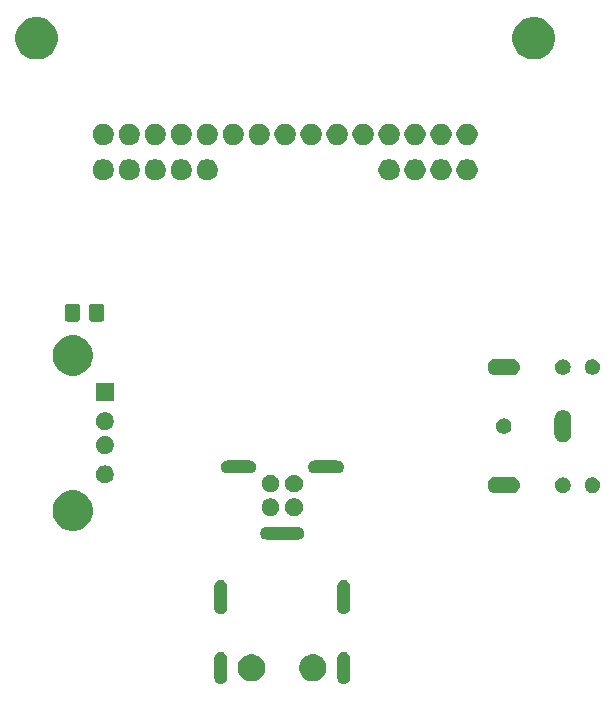
<source format=gbr>
G04 #@! TF.GenerationSoftware,KiCad,Pcbnew,(5.1.0)-1*
G04 #@! TF.CreationDate,2021-05-27T14:19:51-05:00*
G04 #@! TF.ProjectId,2014 Mazda CX-5 Head Unit Adapter,32303134-204d-4617-9a64-612043582d35,rev?*
G04 #@! TF.SameCoordinates,Original*
G04 #@! TF.FileFunction,Soldermask,Top*
G04 #@! TF.FilePolarity,Negative*
%FSLAX46Y46*%
G04 Gerber Fmt 4.6, Leading zero omitted, Abs format (unit mm)*
G04 Created by KiCad (PCBNEW (5.1.0)-1) date 2021-05-27 14:19:51*
%MOMM*%
%LPD*%
G04 APERTURE LIST*
%ADD10C,0.100000*%
G04 APERTURE END LIST*
D10*
G36*
X173248014Y-151516973D02*
G01*
X173351878Y-151548479D01*
X173395907Y-151572013D01*
X173447599Y-151599643D01*
X173447601Y-151599644D01*
X173447600Y-151599644D01*
X173531501Y-151668499D01*
X173600356Y-151752400D01*
X173651521Y-151848121D01*
X173683027Y-151951985D01*
X173691000Y-152032933D01*
X173691000Y-153687067D01*
X173683027Y-153768015D01*
X173651521Y-153871879D01*
X173647178Y-153880004D01*
X173600357Y-153967600D01*
X173531501Y-154051501D01*
X173447600Y-154120357D01*
X173379055Y-154156995D01*
X173351879Y-154171521D01*
X173248015Y-154203027D01*
X173140000Y-154213666D01*
X173031986Y-154203027D01*
X172928122Y-154171521D01*
X172900946Y-154156995D01*
X172832401Y-154120357D01*
X172748500Y-154051501D01*
X172679644Y-153967600D01*
X172632823Y-153880004D01*
X172628480Y-153871879D01*
X172596974Y-153768015D01*
X172589001Y-153687067D01*
X172589000Y-152032934D01*
X172596973Y-151951986D01*
X172628479Y-151848122D01*
X172679644Y-151752400D01*
X172748499Y-151668499D01*
X172832400Y-151599644D01*
X172832399Y-151599644D01*
X172832401Y-151599643D01*
X172884093Y-151572013D01*
X172928121Y-151548479D01*
X173031985Y-151516973D01*
X173140000Y-151506334D01*
X173248014Y-151516973D01*
X173248014Y-151516973D01*
G37*
G36*
X183648014Y-151516973D02*
G01*
X183751878Y-151548479D01*
X183795907Y-151572013D01*
X183847599Y-151599643D01*
X183847601Y-151599644D01*
X183847600Y-151599644D01*
X183931501Y-151668499D01*
X184000356Y-151752400D01*
X184051521Y-151848121D01*
X184083027Y-151951985D01*
X184091000Y-152032933D01*
X184091000Y-153687067D01*
X184083027Y-153768015D01*
X184051521Y-153871879D01*
X184047178Y-153880004D01*
X184000357Y-153967600D01*
X183931501Y-154051501D01*
X183847600Y-154120357D01*
X183779055Y-154156995D01*
X183751879Y-154171521D01*
X183648015Y-154203027D01*
X183540000Y-154213666D01*
X183431986Y-154203027D01*
X183328122Y-154171521D01*
X183300946Y-154156995D01*
X183232401Y-154120357D01*
X183148500Y-154051501D01*
X183079644Y-153967600D01*
X183032823Y-153880004D01*
X183028480Y-153871879D01*
X182996974Y-153768015D01*
X182989001Y-153687067D01*
X182989000Y-152032934D01*
X182996973Y-151951986D01*
X183028479Y-151848122D01*
X183079644Y-151752400D01*
X183148499Y-151668499D01*
X183232400Y-151599644D01*
X183232399Y-151599644D01*
X183232401Y-151599643D01*
X183284093Y-151572013D01*
X183328121Y-151548479D01*
X183431985Y-151516973D01*
X183540000Y-151506334D01*
X183648014Y-151516973D01*
X183648014Y-151516973D01*
G37*
G36*
X175964549Y-151731116D02*
G01*
X176075734Y-151753232D01*
X176285203Y-151839997D01*
X176473720Y-151965960D01*
X176634040Y-152126280D01*
X176760003Y-152314797D01*
X176846768Y-152524266D01*
X176891000Y-152746636D01*
X176891000Y-152973364D01*
X176846768Y-153195734D01*
X176760003Y-153405203D01*
X176634040Y-153593720D01*
X176473720Y-153754040D01*
X176285203Y-153880003D01*
X176075734Y-153966768D01*
X175964549Y-153988884D01*
X175853365Y-154011000D01*
X175626635Y-154011000D01*
X175515451Y-153988884D01*
X175404266Y-153966768D01*
X175194797Y-153880003D01*
X175006280Y-153754040D01*
X174845960Y-153593720D01*
X174719997Y-153405203D01*
X174633232Y-153195734D01*
X174589000Y-152973364D01*
X174589000Y-152746636D01*
X174633232Y-152524266D01*
X174719997Y-152314797D01*
X174845960Y-152126280D01*
X175006280Y-151965960D01*
X175194797Y-151839997D01*
X175404266Y-151753232D01*
X175515451Y-151731116D01*
X175626635Y-151709000D01*
X175853365Y-151709000D01*
X175964549Y-151731116D01*
X175964549Y-151731116D01*
G37*
G36*
X181164549Y-151731116D02*
G01*
X181275734Y-151753232D01*
X181485203Y-151839997D01*
X181673720Y-151965960D01*
X181834040Y-152126280D01*
X181960003Y-152314797D01*
X182046768Y-152524266D01*
X182091000Y-152746636D01*
X182091000Y-152973364D01*
X182046768Y-153195734D01*
X181960003Y-153405203D01*
X181834040Y-153593720D01*
X181673720Y-153754040D01*
X181485203Y-153880003D01*
X181275734Y-153966768D01*
X181164549Y-153988884D01*
X181053365Y-154011000D01*
X180826635Y-154011000D01*
X180715451Y-153988884D01*
X180604266Y-153966768D01*
X180394797Y-153880003D01*
X180206280Y-153754040D01*
X180045960Y-153593720D01*
X179919997Y-153405203D01*
X179833232Y-153195734D01*
X179789000Y-152973364D01*
X179789000Y-152746636D01*
X179833232Y-152524266D01*
X179919997Y-152314797D01*
X180045960Y-152126280D01*
X180206280Y-151965960D01*
X180394797Y-151839997D01*
X180604266Y-151753232D01*
X180715451Y-151731116D01*
X180826635Y-151709000D01*
X181053365Y-151709000D01*
X181164549Y-151731116D01*
X181164549Y-151731116D01*
G37*
G36*
X183648014Y-145416973D02*
G01*
X183751878Y-145448479D01*
X183795907Y-145472013D01*
X183847599Y-145499643D01*
X183847601Y-145499644D01*
X183847600Y-145499644D01*
X183931501Y-145568499D01*
X184000356Y-145652400D01*
X184051521Y-145748121D01*
X184083027Y-145851985D01*
X184091000Y-145932933D01*
X184091000Y-147787067D01*
X184083027Y-147868015D01*
X184051521Y-147971879D01*
X184051519Y-147971882D01*
X184000357Y-148067600D01*
X183931501Y-148151501D01*
X183847600Y-148220357D01*
X183779055Y-148256995D01*
X183751879Y-148271521D01*
X183648015Y-148303027D01*
X183540000Y-148313666D01*
X183431986Y-148303027D01*
X183328122Y-148271521D01*
X183300946Y-148256995D01*
X183232401Y-148220357D01*
X183148500Y-148151501D01*
X183079644Y-148067600D01*
X183028482Y-147971882D01*
X183028480Y-147971879D01*
X182996974Y-147868015D01*
X182989001Y-147787067D01*
X182989000Y-145932934D01*
X182996973Y-145851986D01*
X183028479Y-145748122D01*
X183079644Y-145652400D01*
X183148499Y-145568499D01*
X183232400Y-145499644D01*
X183232399Y-145499644D01*
X183232401Y-145499643D01*
X183284093Y-145472013D01*
X183328121Y-145448479D01*
X183431985Y-145416973D01*
X183540000Y-145406334D01*
X183648014Y-145416973D01*
X183648014Y-145416973D01*
G37*
G36*
X173248014Y-145416973D02*
G01*
X173351878Y-145448479D01*
X173395907Y-145472013D01*
X173447599Y-145499643D01*
X173447601Y-145499644D01*
X173447600Y-145499644D01*
X173531501Y-145568499D01*
X173600356Y-145652400D01*
X173651521Y-145748121D01*
X173683027Y-145851985D01*
X173691000Y-145932933D01*
X173691000Y-147787067D01*
X173683027Y-147868015D01*
X173651521Y-147971879D01*
X173651519Y-147971882D01*
X173600357Y-148067600D01*
X173531501Y-148151501D01*
X173447600Y-148220357D01*
X173379055Y-148256995D01*
X173351879Y-148271521D01*
X173248015Y-148303027D01*
X173140000Y-148313666D01*
X173031986Y-148303027D01*
X172928122Y-148271521D01*
X172900946Y-148256995D01*
X172832401Y-148220357D01*
X172748500Y-148151501D01*
X172679644Y-148067600D01*
X172628482Y-147971882D01*
X172628480Y-147971879D01*
X172596974Y-147868015D01*
X172589001Y-147787067D01*
X172589000Y-145932934D01*
X172596973Y-145851986D01*
X172628479Y-145748122D01*
X172679644Y-145652400D01*
X172748499Y-145568499D01*
X172832400Y-145499644D01*
X172832399Y-145499644D01*
X172832401Y-145499643D01*
X172884093Y-145472013D01*
X172928121Y-145448479D01*
X173031985Y-145416973D01*
X173140000Y-145406334D01*
X173248014Y-145416973D01*
X173248014Y-145416973D01*
G37*
G36*
X179748015Y-140916973D02*
G01*
X179851879Y-140948479D01*
X179879055Y-140963005D01*
X179947600Y-140999643D01*
X180031501Y-141068499D01*
X180100357Y-141152400D01*
X180127576Y-141203324D01*
X180151521Y-141248121D01*
X180183027Y-141351985D01*
X180193666Y-141460000D01*
X180183027Y-141568015D01*
X180151521Y-141671879D01*
X180151519Y-141671882D01*
X180100357Y-141767600D01*
X180031501Y-141851501D01*
X179947600Y-141920357D01*
X179879055Y-141956995D01*
X179851879Y-141971521D01*
X179748015Y-142003027D01*
X179667067Y-142011000D01*
X177012933Y-142011000D01*
X176931985Y-142003027D01*
X176828121Y-141971521D01*
X176800945Y-141956995D01*
X176732400Y-141920357D01*
X176648499Y-141851501D01*
X176579643Y-141767600D01*
X176528481Y-141671882D01*
X176528479Y-141671879D01*
X176496973Y-141568015D01*
X176486334Y-141460000D01*
X176496973Y-141351985D01*
X176528479Y-141248121D01*
X176552424Y-141203324D01*
X176579643Y-141152400D01*
X176648499Y-141068499D01*
X176732400Y-140999643D01*
X176800945Y-140963005D01*
X176828121Y-140948479D01*
X176931985Y-140916973D01*
X177012933Y-140909000D01*
X179667067Y-140909000D01*
X179748015Y-140916973D01*
X179748015Y-140916973D01*
G37*
G36*
X161108496Y-137916675D02*
G01*
X161419513Y-138045503D01*
X161419515Y-138045504D01*
X161699424Y-138232533D01*
X161937467Y-138470576D01*
X162124496Y-138750485D01*
X162124497Y-138750487D01*
X162253325Y-139061504D01*
X162319000Y-139391677D01*
X162319000Y-139728323D01*
X162253325Y-140058496D01*
X162124497Y-140369513D01*
X162124496Y-140369515D01*
X161937467Y-140649424D01*
X161699424Y-140887467D01*
X161419515Y-141074496D01*
X161419514Y-141074497D01*
X161419513Y-141074497D01*
X161108496Y-141203325D01*
X160778323Y-141269000D01*
X160441677Y-141269000D01*
X160111504Y-141203325D01*
X159800487Y-141074497D01*
X159800486Y-141074497D01*
X159800485Y-141074496D01*
X159520576Y-140887467D01*
X159282533Y-140649424D01*
X159095504Y-140369515D01*
X159095503Y-140369513D01*
X158966675Y-140058496D01*
X158901000Y-139728323D01*
X158901000Y-139391677D01*
X158966675Y-139061504D01*
X159095503Y-138750487D01*
X159095504Y-138750485D01*
X159282533Y-138470576D01*
X159520576Y-138232533D01*
X159800485Y-138045504D01*
X159800487Y-138045503D01*
X160111504Y-137916675D01*
X160441677Y-137851000D01*
X160778323Y-137851000D01*
X161108496Y-137916675D01*
X161108496Y-137916675D01*
G37*
G36*
X179559059Y-138537860D02*
G01*
X179695732Y-138594472D01*
X179818735Y-138676660D01*
X179923340Y-138781265D01*
X180005528Y-138904268D01*
X180062140Y-139040941D01*
X180091000Y-139186033D01*
X180091000Y-139333967D01*
X180062140Y-139479059D01*
X180005528Y-139615732D01*
X179923340Y-139738735D01*
X179818735Y-139843340D01*
X179695732Y-139925528D01*
X179695731Y-139925529D01*
X179695730Y-139925529D01*
X179559059Y-139982140D01*
X179413968Y-140011000D01*
X179266032Y-140011000D01*
X179120941Y-139982140D01*
X178984270Y-139925529D01*
X178984269Y-139925529D01*
X178984268Y-139925528D01*
X178861265Y-139843340D01*
X178756660Y-139738735D01*
X178674472Y-139615732D01*
X178617860Y-139479059D01*
X178589000Y-139333967D01*
X178589000Y-139186033D01*
X178617860Y-139040941D01*
X178674472Y-138904268D01*
X178756660Y-138781265D01*
X178861265Y-138676660D01*
X178984268Y-138594472D01*
X179120941Y-138537860D01*
X179266032Y-138509000D01*
X179413968Y-138509000D01*
X179559059Y-138537860D01*
X179559059Y-138537860D01*
G37*
G36*
X177559059Y-138537860D02*
G01*
X177695732Y-138594472D01*
X177818735Y-138676660D01*
X177923340Y-138781265D01*
X178005528Y-138904268D01*
X178062140Y-139040941D01*
X178091000Y-139186033D01*
X178091000Y-139333967D01*
X178062140Y-139479059D01*
X178005528Y-139615732D01*
X177923340Y-139738735D01*
X177818735Y-139843340D01*
X177695732Y-139925528D01*
X177695731Y-139925529D01*
X177695730Y-139925529D01*
X177559059Y-139982140D01*
X177413968Y-140011000D01*
X177266032Y-140011000D01*
X177120941Y-139982140D01*
X176984270Y-139925529D01*
X176984269Y-139925529D01*
X176984268Y-139925528D01*
X176861265Y-139843340D01*
X176756660Y-139738735D01*
X176674472Y-139615732D01*
X176617860Y-139479059D01*
X176589000Y-139333967D01*
X176589000Y-139186033D01*
X176617860Y-139040941D01*
X176674472Y-138904268D01*
X176756660Y-138781265D01*
X176861265Y-138676660D01*
X176984268Y-138594472D01*
X177120941Y-138537860D01*
X177266032Y-138509000D01*
X177413968Y-138509000D01*
X177559059Y-138537860D01*
X177559059Y-138537860D01*
G37*
G36*
X197892205Y-136705200D02*
G01*
X198025097Y-136745513D01*
X198147571Y-136810977D01*
X198254923Y-136899077D01*
X198343023Y-137006429D01*
X198408487Y-137128903D01*
X198448800Y-137261795D01*
X198462411Y-137400000D01*
X198448800Y-137538205D01*
X198408487Y-137671097D01*
X198343023Y-137793571D01*
X198254923Y-137900923D01*
X198147571Y-137989023D01*
X198025097Y-138054487D01*
X197892205Y-138094800D01*
X197788636Y-138105000D01*
X196411364Y-138105000D01*
X196307795Y-138094800D01*
X196174903Y-138054487D01*
X196052429Y-137989023D01*
X195945077Y-137900923D01*
X195856977Y-137793571D01*
X195791513Y-137671097D01*
X195751200Y-137538205D01*
X195737589Y-137400000D01*
X195751200Y-137261795D01*
X195791513Y-137128903D01*
X195856977Y-137006429D01*
X195945077Y-136899077D01*
X196052429Y-136810977D01*
X196174903Y-136745513D01*
X196307795Y-136705200D01*
X196411364Y-136695000D01*
X197788636Y-136695000D01*
X197892205Y-136705200D01*
X197892205Y-136705200D01*
G37*
G36*
X204789890Y-136774017D02*
G01*
X204879119Y-136810977D01*
X204908364Y-136823091D01*
X205014988Y-136894335D01*
X205105665Y-136985012D01*
X205171950Y-137084214D01*
X205176910Y-137091638D01*
X205225983Y-137210110D01*
X205229065Y-137225602D01*
X205251000Y-137335882D01*
X205251000Y-137464118D01*
X205225983Y-137589890D01*
X205176909Y-137708364D01*
X205105665Y-137814988D01*
X205014988Y-137905665D01*
X204908364Y-137976909D01*
X204908363Y-137976910D01*
X204908362Y-137976910D01*
X204789890Y-138025983D01*
X204664119Y-138051000D01*
X204535881Y-138051000D01*
X204410110Y-138025983D01*
X204291638Y-137976910D01*
X204291637Y-137976910D01*
X204291636Y-137976909D01*
X204185012Y-137905665D01*
X204094335Y-137814988D01*
X204023091Y-137708364D01*
X203974017Y-137589890D01*
X203949000Y-137464118D01*
X203949000Y-137335882D01*
X203970936Y-137225602D01*
X203974017Y-137210110D01*
X204023090Y-137091638D01*
X204028051Y-137084214D01*
X204094335Y-136985012D01*
X204185012Y-136894335D01*
X204291636Y-136823091D01*
X204320882Y-136810977D01*
X204410110Y-136774017D01*
X204535881Y-136749000D01*
X204664119Y-136749000D01*
X204789890Y-136774017D01*
X204789890Y-136774017D01*
G37*
G36*
X202289890Y-136774017D02*
G01*
X202379119Y-136810977D01*
X202408364Y-136823091D01*
X202514988Y-136894335D01*
X202605665Y-136985012D01*
X202671950Y-137084214D01*
X202676910Y-137091638D01*
X202725983Y-137210110D01*
X202729065Y-137225602D01*
X202751000Y-137335882D01*
X202751000Y-137464118D01*
X202725983Y-137589890D01*
X202676909Y-137708364D01*
X202605665Y-137814988D01*
X202514988Y-137905665D01*
X202408364Y-137976909D01*
X202408363Y-137976910D01*
X202408362Y-137976910D01*
X202289890Y-138025983D01*
X202164119Y-138051000D01*
X202035881Y-138051000D01*
X201910110Y-138025983D01*
X201791638Y-137976910D01*
X201791637Y-137976910D01*
X201791636Y-137976909D01*
X201685012Y-137905665D01*
X201594335Y-137814988D01*
X201523091Y-137708364D01*
X201474017Y-137589890D01*
X201449000Y-137464118D01*
X201449000Y-137335882D01*
X201470936Y-137225602D01*
X201474017Y-137210110D01*
X201523090Y-137091638D01*
X201528051Y-137084214D01*
X201594335Y-136985012D01*
X201685012Y-136894335D01*
X201791636Y-136823091D01*
X201820882Y-136810977D01*
X201910110Y-136774017D01*
X202035881Y-136749000D01*
X202164119Y-136749000D01*
X202289890Y-136774017D01*
X202289890Y-136774017D01*
G37*
G36*
X177559059Y-136537860D02*
G01*
X177695732Y-136594472D01*
X177818735Y-136676660D01*
X177923340Y-136781265D01*
X177951287Y-136823091D01*
X178005529Y-136904270D01*
X178062140Y-137040941D01*
X178091000Y-137186032D01*
X178091000Y-137333968D01*
X178065112Y-137464118D01*
X178062140Y-137479059D01*
X178005528Y-137615732D01*
X177923340Y-137738735D01*
X177818735Y-137843340D01*
X177695732Y-137925528D01*
X177695731Y-137925529D01*
X177695730Y-137925529D01*
X177559059Y-137982140D01*
X177413968Y-138011000D01*
X177266032Y-138011000D01*
X177120941Y-137982140D01*
X176984270Y-137925529D01*
X176984269Y-137925529D01*
X176984268Y-137925528D01*
X176861265Y-137843340D01*
X176756660Y-137738735D01*
X176674472Y-137615732D01*
X176617860Y-137479059D01*
X176614888Y-137464118D01*
X176589000Y-137333968D01*
X176589000Y-137186032D01*
X176617860Y-137040941D01*
X176674471Y-136904270D01*
X176728713Y-136823091D01*
X176756660Y-136781265D01*
X176861265Y-136676660D01*
X176984268Y-136594472D01*
X177120941Y-136537860D01*
X177266032Y-136509000D01*
X177413968Y-136509000D01*
X177559059Y-136537860D01*
X177559059Y-136537860D01*
G37*
G36*
X179559059Y-136537860D02*
G01*
X179695732Y-136594472D01*
X179818735Y-136676660D01*
X179923340Y-136781265D01*
X179951287Y-136823091D01*
X180005529Y-136904270D01*
X180062140Y-137040941D01*
X180091000Y-137186032D01*
X180091000Y-137333968D01*
X180065112Y-137464118D01*
X180062140Y-137479059D01*
X180005528Y-137615732D01*
X179923340Y-137738735D01*
X179818735Y-137843340D01*
X179695732Y-137925528D01*
X179695731Y-137925529D01*
X179695730Y-137925529D01*
X179559059Y-137982140D01*
X179413968Y-138011000D01*
X179266032Y-138011000D01*
X179120941Y-137982140D01*
X178984270Y-137925529D01*
X178984269Y-137925529D01*
X178984268Y-137925528D01*
X178861265Y-137843340D01*
X178756660Y-137738735D01*
X178674472Y-137615732D01*
X178617860Y-137479059D01*
X178614888Y-137464118D01*
X178589000Y-137333968D01*
X178589000Y-137186032D01*
X178617860Y-137040941D01*
X178674471Y-136904270D01*
X178728713Y-136823091D01*
X178756660Y-136781265D01*
X178861265Y-136676660D01*
X178984268Y-136594472D01*
X179120941Y-136537860D01*
X179266032Y-136509000D01*
X179413968Y-136509000D01*
X179559059Y-136537860D01*
X179559059Y-136537860D01*
G37*
G36*
X163469244Y-135739699D02*
G01*
X163543142Y-135754398D01*
X163682364Y-135812065D01*
X163807659Y-135895785D01*
X163914215Y-136002341D01*
X163997935Y-136127636D01*
X164055602Y-136266858D01*
X164055602Y-136266859D01*
X164076421Y-136371521D01*
X164085000Y-136414654D01*
X164085000Y-136565346D01*
X164055602Y-136713142D01*
X163997935Y-136852364D01*
X163914215Y-136977659D01*
X163807659Y-137084215D01*
X163682364Y-137167935D01*
X163543142Y-137225602D01*
X163469244Y-137240301D01*
X163395347Y-137255000D01*
X163244653Y-137255000D01*
X163170756Y-137240301D01*
X163096858Y-137225602D01*
X162957636Y-137167935D01*
X162832341Y-137084215D01*
X162725785Y-136977659D01*
X162642065Y-136852364D01*
X162584398Y-136713142D01*
X162555000Y-136565346D01*
X162555000Y-136414654D01*
X162563580Y-136371521D01*
X162584398Y-136266859D01*
X162584398Y-136266858D01*
X162642065Y-136127636D01*
X162725785Y-136002341D01*
X162832341Y-135895785D01*
X162957636Y-135812065D01*
X163096858Y-135754398D01*
X163170756Y-135739699D01*
X163244653Y-135725000D01*
X163395347Y-135725000D01*
X163469244Y-135739699D01*
X163469244Y-135739699D01*
G37*
G36*
X175698015Y-135316973D02*
G01*
X175801879Y-135348479D01*
X175829055Y-135363005D01*
X175897600Y-135399643D01*
X175981501Y-135468499D01*
X176050357Y-135552400D01*
X176086995Y-135620945D01*
X176101521Y-135648121D01*
X176133027Y-135751985D01*
X176143666Y-135860000D01*
X176133027Y-135968015D01*
X176101521Y-136071879D01*
X176101519Y-136071882D01*
X176050357Y-136167600D01*
X175981501Y-136251501D01*
X175897600Y-136320357D01*
X175829055Y-136356995D01*
X175801879Y-136371521D01*
X175698015Y-136403027D01*
X175617067Y-136411000D01*
X173662933Y-136411000D01*
X173581985Y-136403027D01*
X173478121Y-136371521D01*
X173450945Y-136356995D01*
X173382400Y-136320357D01*
X173298499Y-136251501D01*
X173229643Y-136167600D01*
X173178481Y-136071882D01*
X173178479Y-136071879D01*
X173146973Y-135968015D01*
X173136334Y-135860000D01*
X173146973Y-135751985D01*
X173178479Y-135648121D01*
X173193005Y-135620945D01*
X173229643Y-135552400D01*
X173298499Y-135468499D01*
X173382400Y-135399643D01*
X173450945Y-135363005D01*
X173478121Y-135348479D01*
X173581985Y-135316973D01*
X173662933Y-135309000D01*
X175617067Y-135309000D01*
X175698015Y-135316973D01*
X175698015Y-135316973D01*
G37*
G36*
X183098015Y-135316973D02*
G01*
X183201879Y-135348479D01*
X183229055Y-135363005D01*
X183297600Y-135399643D01*
X183381501Y-135468499D01*
X183450357Y-135552400D01*
X183486995Y-135620945D01*
X183501521Y-135648121D01*
X183533027Y-135751985D01*
X183543666Y-135860000D01*
X183533027Y-135968015D01*
X183501521Y-136071879D01*
X183501519Y-136071882D01*
X183450357Y-136167600D01*
X183381501Y-136251501D01*
X183297600Y-136320357D01*
X183229055Y-136356995D01*
X183201879Y-136371521D01*
X183098015Y-136403027D01*
X183017067Y-136411000D01*
X181062933Y-136411000D01*
X180981985Y-136403027D01*
X180878121Y-136371521D01*
X180850945Y-136356995D01*
X180782400Y-136320357D01*
X180698499Y-136251501D01*
X180629643Y-136167600D01*
X180578481Y-136071882D01*
X180578479Y-136071879D01*
X180546973Y-135968015D01*
X180536334Y-135860000D01*
X180546973Y-135751985D01*
X180578479Y-135648121D01*
X180593005Y-135620945D01*
X180629643Y-135552400D01*
X180698499Y-135468499D01*
X180782400Y-135399643D01*
X180850945Y-135363005D01*
X180878121Y-135348479D01*
X180981985Y-135316973D01*
X181062933Y-135309000D01*
X183017067Y-135309000D01*
X183098015Y-135316973D01*
X183098015Y-135316973D01*
G37*
G36*
X163469244Y-133239699D02*
G01*
X163543142Y-133254398D01*
X163682364Y-133312065D01*
X163807659Y-133395785D01*
X163914215Y-133502341D01*
X163997935Y-133627636D01*
X164055602Y-133766858D01*
X164085000Y-133914654D01*
X164085000Y-134065346D01*
X164055602Y-134213142D01*
X163997935Y-134352364D01*
X163914215Y-134477659D01*
X163807659Y-134584215D01*
X163682364Y-134667935D01*
X163543142Y-134725602D01*
X163469244Y-134740301D01*
X163395347Y-134755000D01*
X163244653Y-134755000D01*
X163170756Y-134740301D01*
X163096858Y-134725602D01*
X162957636Y-134667935D01*
X162832341Y-134584215D01*
X162725785Y-134477659D01*
X162642065Y-134352364D01*
X162584398Y-134213142D01*
X162555000Y-134065346D01*
X162555000Y-133914654D01*
X162584398Y-133766858D01*
X162642065Y-133627636D01*
X162725785Y-133502341D01*
X162832341Y-133395785D01*
X162957636Y-133312065D01*
X163096858Y-133254398D01*
X163170756Y-133239699D01*
X163244653Y-133225000D01*
X163395347Y-133225000D01*
X163469244Y-133239699D01*
X163469244Y-133239699D01*
G37*
G36*
X202238205Y-131051200D02*
G01*
X202371097Y-131091513D01*
X202493571Y-131156977D01*
X202600923Y-131245077D01*
X202689023Y-131352429D01*
X202754487Y-131474903D01*
X202794800Y-131607795D01*
X202805000Y-131711364D01*
X202805000Y-133088636D01*
X202794800Y-133192205D01*
X202754487Y-133325097D01*
X202689023Y-133447571D01*
X202600923Y-133554922D01*
X202493570Y-133643023D01*
X202371096Y-133708487D01*
X202238204Y-133748800D01*
X202100000Y-133762411D01*
X201961795Y-133748800D01*
X201828903Y-133708487D01*
X201706429Y-133643023D01*
X201599078Y-133554923D01*
X201510977Y-133447570D01*
X201445513Y-133325096D01*
X201405200Y-133192204D01*
X201395000Y-133088635D01*
X201395001Y-131711364D01*
X201405201Y-131607795D01*
X201445514Y-131474903D01*
X201510978Y-131352429D01*
X201599078Y-131245077D01*
X201706430Y-131156977D01*
X201828904Y-131091513D01*
X201961796Y-131051200D01*
X202100000Y-131037589D01*
X202238205Y-131051200D01*
X202238205Y-131051200D01*
G37*
G36*
X197289890Y-131774017D02*
G01*
X197408364Y-131823091D01*
X197514988Y-131894335D01*
X197605665Y-131985012D01*
X197659343Y-132065346D01*
X197676910Y-132091638D01*
X197725983Y-132210110D01*
X197751000Y-132335881D01*
X197751000Y-132464119D01*
X197725983Y-132589890D01*
X197693656Y-132667935D01*
X197676909Y-132708364D01*
X197605665Y-132814988D01*
X197514988Y-132905665D01*
X197408364Y-132976909D01*
X197408363Y-132976910D01*
X197408362Y-132976910D01*
X197289890Y-133025983D01*
X197164119Y-133051000D01*
X197035881Y-133051000D01*
X196910110Y-133025983D01*
X196791638Y-132976910D01*
X196791637Y-132976910D01*
X196791636Y-132976909D01*
X196685012Y-132905665D01*
X196594335Y-132814988D01*
X196523091Y-132708364D01*
X196506345Y-132667935D01*
X196474017Y-132589890D01*
X196449000Y-132464119D01*
X196449000Y-132335881D01*
X196474017Y-132210110D01*
X196523090Y-132091638D01*
X196540658Y-132065346D01*
X196594335Y-131985012D01*
X196685012Y-131894335D01*
X196791636Y-131823091D01*
X196910110Y-131774017D01*
X197035881Y-131749000D01*
X197164119Y-131749000D01*
X197289890Y-131774017D01*
X197289890Y-131774017D01*
G37*
G36*
X163469244Y-131239699D02*
G01*
X163543142Y-131254398D01*
X163682364Y-131312065D01*
X163807659Y-131395785D01*
X163914215Y-131502341D01*
X163997935Y-131627636D01*
X164048205Y-131749000D01*
X164055602Y-131766859D01*
X164080959Y-131894335D01*
X164085000Y-131914654D01*
X164085000Y-132065346D01*
X164055602Y-132213142D01*
X163997935Y-132352364D01*
X163914215Y-132477659D01*
X163807659Y-132584215D01*
X163682364Y-132667935D01*
X163543142Y-132725602D01*
X163469244Y-132740301D01*
X163395347Y-132755000D01*
X163244653Y-132755000D01*
X163170756Y-132740301D01*
X163096858Y-132725602D01*
X162957636Y-132667935D01*
X162832341Y-132584215D01*
X162725785Y-132477659D01*
X162642065Y-132352364D01*
X162584398Y-132213142D01*
X162555000Y-132065346D01*
X162555000Y-131914654D01*
X162559042Y-131894335D01*
X162584398Y-131766859D01*
X162591795Y-131749000D01*
X162642065Y-131627636D01*
X162725785Y-131502341D01*
X162832341Y-131395785D01*
X162957636Y-131312065D01*
X163096858Y-131254398D01*
X163170756Y-131239699D01*
X163244653Y-131225000D01*
X163395347Y-131225000D01*
X163469244Y-131239699D01*
X163469244Y-131239699D01*
G37*
G36*
X164085000Y-130255000D02*
G01*
X162555000Y-130255000D01*
X162555000Y-128725000D01*
X164085000Y-128725000D01*
X164085000Y-130255000D01*
X164085000Y-130255000D01*
G37*
G36*
X161108496Y-124776675D02*
G01*
X161419513Y-124905503D01*
X161419515Y-124905504D01*
X161699424Y-125092533D01*
X161937467Y-125330576D01*
X162124496Y-125610485D01*
X162124497Y-125610487D01*
X162253325Y-125921504D01*
X162319000Y-126251677D01*
X162319000Y-126588323D01*
X162253325Y-126918496D01*
X162181607Y-127091638D01*
X162124496Y-127229515D01*
X161937467Y-127509424D01*
X161699424Y-127747467D01*
X161419515Y-127934496D01*
X161419514Y-127934497D01*
X161419513Y-127934497D01*
X161108496Y-128063325D01*
X160778323Y-128129000D01*
X160441677Y-128129000D01*
X160111504Y-128063325D01*
X159800487Y-127934497D01*
X159800486Y-127934497D01*
X159800485Y-127934496D01*
X159520576Y-127747467D01*
X159282533Y-127509424D01*
X159095504Y-127229515D01*
X159038393Y-127091638D01*
X158966675Y-126918496D01*
X158901000Y-126588323D01*
X158901000Y-126251677D01*
X158966675Y-125921504D01*
X159095503Y-125610487D01*
X159095504Y-125610485D01*
X159282533Y-125330576D01*
X159520576Y-125092533D01*
X159800485Y-124905504D01*
X159800487Y-124905503D01*
X160111504Y-124776675D01*
X160441677Y-124711000D01*
X160778323Y-124711000D01*
X161108496Y-124776675D01*
X161108496Y-124776675D01*
G37*
G36*
X197892205Y-126705200D02*
G01*
X198025097Y-126745513D01*
X198147571Y-126810977D01*
X198254923Y-126899077D01*
X198343023Y-127006429D01*
X198408487Y-127128903D01*
X198448800Y-127261795D01*
X198462411Y-127400000D01*
X198448800Y-127538205D01*
X198408487Y-127671097D01*
X198343023Y-127793571D01*
X198254923Y-127900923D01*
X198147571Y-127989023D01*
X198025097Y-128054487D01*
X197892205Y-128094800D01*
X197788636Y-128105000D01*
X196411364Y-128105000D01*
X196307795Y-128094800D01*
X196174903Y-128054487D01*
X196052429Y-127989023D01*
X195945077Y-127900923D01*
X195856977Y-127793571D01*
X195791513Y-127671097D01*
X195751200Y-127538205D01*
X195737589Y-127400000D01*
X195751200Y-127261795D01*
X195791513Y-127128903D01*
X195856977Y-127006429D01*
X195945077Y-126899077D01*
X196052429Y-126810977D01*
X196174903Y-126745513D01*
X196307795Y-126705200D01*
X196411364Y-126695000D01*
X197788636Y-126695000D01*
X197892205Y-126705200D01*
X197892205Y-126705200D01*
G37*
G36*
X202289890Y-126774017D02*
G01*
X202379119Y-126810977D01*
X202408364Y-126823091D01*
X202514988Y-126894335D01*
X202605665Y-126985012D01*
X202676910Y-127091638D01*
X202725983Y-127210110D01*
X202751000Y-127335881D01*
X202751000Y-127464119D01*
X202741988Y-127509424D01*
X202725983Y-127589890D01*
X202676909Y-127708364D01*
X202605665Y-127814988D01*
X202514988Y-127905665D01*
X202408364Y-127976909D01*
X202408363Y-127976910D01*
X202408362Y-127976910D01*
X202289890Y-128025983D01*
X202164119Y-128051000D01*
X202035881Y-128051000D01*
X201910110Y-128025983D01*
X201791638Y-127976910D01*
X201791637Y-127976910D01*
X201791636Y-127976909D01*
X201685012Y-127905665D01*
X201594335Y-127814988D01*
X201523091Y-127708364D01*
X201474017Y-127589890D01*
X201458012Y-127509424D01*
X201449000Y-127464119D01*
X201449000Y-127335881D01*
X201474017Y-127210110D01*
X201523090Y-127091638D01*
X201594335Y-126985012D01*
X201685012Y-126894335D01*
X201791636Y-126823091D01*
X201820882Y-126810977D01*
X201910110Y-126774017D01*
X202035881Y-126749000D01*
X202164119Y-126749000D01*
X202289890Y-126774017D01*
X202289890Y-126774017D01*
G37*
G36*
X204789890Y-126774017D02*
G01*
X204879119Y-126810977D01*
X204908364Y-126823091D01*
X205014988Y-126894335D01*
X205105665Y-126985012D01*
X205176910Y-127091638D01*
X205225983Y-127210110D01*
X205251000Y-127335881D01*
X205251000Y-127464119D01*
X205241988Y-127509424D01*
X205225983Y-127589890D01*
X205176909Y-127708364D01*
X205105665Y-127814988D01*
X205014988Y-127905665D01*
X204908364Y-127976909D01*
X204908363Y-127976910D01*
X204908362Y-127976910D01*
X204789890Y-128025983D01*
X204664119Y-128051000D01*
X204535881Y-128051000D01*
X204410110Y-128025983D01*
X204291638Y-127976910D01*
X204291637Y-127976910D01*
X204291636Y-127976909D01*
X204185012Y-127905665D01*
X204094335Y-127814988D01*
X204023091Y-127708364D01*
X203974017Y-127589890D01*
X203958012Y-127509424D01*
X203949000Y-127464119D01*
X203949000Y-127335881D01*
X203974017Y-127210110D01*
X204023090Y-127091638D01*
X204094335Y-126985012D01*
X204185012Y-126894335D01*
X204291636Y-126823091D01*
X204320882Y-126810977D01*
X204410110Y-126774017D01*
X204535881Y-126749000D01*
X204664119Y-126749000D01*
X204789890Y-126774017D01*
X204789890Y-126774017D01*
G37*
G36*
X161033674Y-122053465D02*
G01*
X161071367Y-122064899D01*
X161106103Y-122083466D01*
X161136548Y-122108452D01*
X161161534Y-122138897D01*
X161180101Y-122173633D01*
X161191535Y-122211326D01*
X161196000Y-122256661D01*
X161196000Y-123343339D01*
X161191535Y-123388674D01*
X161180101Y-123426367D01*
X161161534Y-123461103D01*
X161136548Y-123491548D01*
X161106103Y-123516534D01*
X161071367Y-123535101D01*
X161033674Y-123546535D01*
X160988339Y-123551000D01*
X160151661Y-123551000D01*
X160106326Y-123546535D01*
X160068633Y-123535101D01*
X160033897Y-123516534D01*
X160003452Y-123491548D01*
X159978466Y-123461103D01*
X159959899Y-123426367D01*
X159948465Y-123388674D01*
X159944000Y-123343339D01*
X159944000Y-122256661D01*
X159948465Y-122211326D01*
X159959899Y-122173633D01*
X159978466Y-122138897D01*
X160003452Y-122108452D01*
X160033897Y-122083466D01*
X160068633Y-122064899D01*
X160106326Y-122053465D01*
X160151661Y-122049000D01*
X160988339Y-122049000D01*
X161033674Y-122053465D01*
X161033674Y-122053465D01*
G37*
G36*
X163083674Y-122053465D02*
G01*
X163121367Y-122064899D01*
X163156103Y-122083466D01*
X163186548Y-122108452D01*
X163211534Y-122138897D01*
X163230101Y-122173633D01*
X163241535Y-122211326D01*
X163246000Y-122256661D01*
X163246000Y-123343339D01*
X163241535Y-123388674D01*
X163230101Y-123426367D01*
X163211534Y-123461103D01*
X163186548Y-123491548D01*
X163156103Y-123516534D01*
X163121367Y-123535101D01*
X163083674Y-123546535D01*
X163038339Y-123551000D01*
X162201661Y-123551000D01*
X162156326Y-123546535D01*
X162118633Y-123535101D01*
X162083897Y-123516534D01*
X162053452Y-123491548D01*
X162028466Y-123461103D01*
X162009899Y-123426367D01*
X161998465Y-123388674D01*
X161994000Y-123343339D01*
X161994000Y-122256661D01*
X161998465Y-122211326D01*
X162009899Y-122173633D01*
X162028466Y-122138897D01*
X162053452Y-122108452D01*
X162083897Y-122083466D01*
X162118633Y-122064899D01*
X162156326Y-122053465D01*
X162201661Y-122049000D01*
X163038339Y-122049000D01*
X163083674Y-122053465D01*
X163083674Y-122053465D01*
G37*
G36*
X194103512Y-109803927D02*
G01*
X194252812Y-109833624D01*
X194416784Y-109901544D01*
X194564354Y-110000147D01*
X194689853Y-110125646D01*
X194788456Y-110273216D01*
X194856376Y-110437188D01*
X194891000Y-110611259D01*
X194891000Y-110788741D01*
X194856376Y-110962812D01*
X194788456Y-111126784D01*
X194689853Y-111274354D01*
X194564354Y-111399853D01*
X194416784Y-111498456D01*
X194252812Y-111566376D01*
X194103512Y-111596073D01*
X194078742Y-111601000D01*
X193901258Y-111601000D01*
X193876488Y-111596073D01*
X193727188Y-111566376D01*
X193563216Y-111498456D01*
X193415646Y-111399853D01*
X193290147Y-111274354D01*
X193191544Y-111126784D01*
X193123624Y-110962812D01*
X193089000Y-110788741D01*
X193089000Y-110611259D01*
X193123624Y-110437188D01*
X193191544Y-110273216D01*
X193290147Y-110125646D01*
X193415646Y-110000147D01*
X193563216Y-109901544D01*
X193727188Y-109833624D01*
X193876488Y-109803927D01*
X193901258Y-109799000D01*
X194078742Y-109799000D01*
X194103512Y-109803927D01*
X194103512Y-109803927D01*
G37*
G36*
X167703512Y-109803927D02*
G01*
X167852812Y-109833624D01*
X168016784Y-109901544D01*
X168164354Y-110000147D01*
X168289853Y-110125646D01*
X168388456Y-110273216D01*
X168456376Y-110437188D01*
X168491000Y-110611259D01*
X168491000Y-110788741D01*
X168456376Y-110962812D01*
X168388456Y-111126784D01*
X168289853Y-111274354D01*
X168164354Y-111399853D01*
X168016784Y-111498456D01*
X167852812Y-111566376D01*
X167703512Y-111596073D01*
X167678742Y-111601000D01*
X167501258Y-111601000D01*
X167476488Y-111596073D01*
X167327188Y-111566376D01*
X167163216Y-111498456D01*
X167015646Y-111399853D01*
X166890147Y-111274354D01*
X166791544Y-111126784D01*
X166723624Y-110962812D01*
X166689000Y-110788741D01*
X166689000Y-110611259D01*
X166723624Y-110437188D01*
X166791544Y-110273216D01*
X166890147Y-110125646D01*
X167015646Y-110000147D01*
X167163216Y-109901544D01*
X167327188Y-109833624D01*
X167476488Y-109803927D01*
X167501258Y-109799000D01*
X167678742Y-109799000D01*
X167703512Y-109803927D01*
X167703512Y-109803927D01*
G37*
G36*
X163303512Y-109803927D02*
G01*
X163452812Y-109833624D01*
X163616784Y-109901544D01*
X163764354Y-110000147D01*
X163889853Y-110125646D01*
X163988456Y-110273216D01*
X164056376Y-110437188D01*
X164091000Y-110611259D01*
X164091000Y-110788741D01*
X164056376Y-110962812D01*
X163988456Y-111126784D01*
X163889853Y-111274354D01*
X163764354Y-111399853D01*
X163616784Y-111498456D01*
X163452812Y-111566376D01*
X163303512Y-111596073D01*
X163278742Y-111601000D01*
X163101258Y-111601000D01*
X163076488Y-111596073D01*
X162927188Y-111566376D01*
X162763216Y-111498456D01*
X162615646Y-111399853D01*
X162490147Y-111274354D01*
X162391544Y-111126784D01*
X162323624Y-110962812D01*
X162289000Y-110788741D01*
X162289000Y-110611259D01*
X162323624Y-110437188D01*
X162391544Y-110273216D01*
X162490147Y-110125646D01*
X162615646Y-110000147D01*
X162763216Y-109901544D01*
X162927188Y-109833624D01*
X163076488Y-109803927D01*
X163101258Y-109799000D01*
X163278742Y-109799000D01*
X163303512Y-109803927D01*
X163303512Y-109803927D01*
G37*
G36*
X165503512Y-109803927D02*
G01*
X165652812Y-109833624D01*
X165816784Y-109901544D01*
X165964354Y-110000147D01*
X166089853Y-110125646D01*
X166188456Y-110273216D01*
X166256376Y-110437188D01*
X166291000Y-110611259D01*
X166291000Y-110788741D01*
X166256376Y-110962812D01*
X166188456Y-111126784D01*
X166089853Y-111274354D01*
X165964354Y-111399853D01*
X165816784Y-111498456D01*
X165652812Y-111566376D01*
X165503512Y-111596073D01*
X165478742Y-111601000D01*
X165301258Y-111601000D01*
X165276488Y-111596073D01*
X165127188Y-111566376D01*
X164963216Y-111498456D01*
X164815646Y-111399853D01*
X164690147Y-111274354D01*
X164591544Y-111126784D01*
X164523624Y-110962812D01*
X164489000Y-110788741D01*
X164489000Y-110611259D01*
X164523624Y-110437188D01*
X164591544Y-110273216D01*
X164690147Y-110125646D01*
X164815646Y-110000147D01*
X164963216Y-109901544D01*
X165127188Y-109833624D01*
X165276488Y-109803927D01*
X165301258Y-109799000D01*
X165478742Y-109799000D01*
X165503512Y-109803927D01*
X165503512Y-109803927D01*
G37*
G36*
X169903512Y-109803927D02*
G01*
X170052812Y-109833624D01*
X170216784Y-109901544D01*
X170364354Y-110000147D01*
X170489853Y-110125646D01*
X170588456Y-110273216D01*
X170656376Y-110437188D01*
X170691000Y-110611259D01*
X170691000Y-110788741D01*
X170656376Y-110962812D01*
X170588456Y-111126784D01*
X170489853Y-111274354D01*
X170364354Y-111399853D01*
X170216784Y-111498456D01*
X170052812Y-111566376D01*
X169903512Y-111596073D01*
X169878742Y-111601000D01*
X169701258Y-111601000D01*
X169676488Y-111596073D01*
X169527188Y-111566376D01*
X169363216Y-111498456D01*
X169215646Y-111399853D01*
X169090147Y-111274354D01*
X168991544Y-111126784D01*
X168923624Y-110962812D01*
X168889000Y-110788741D01*
X168889000Y-110611259D01*
X168923624Y-110437188D01*
X168991544Y-110273216D01*
X169090147Y-110125646D01*
X169215646Y-110000147D01*
X169363216Y-109901544D01*
X169527188Y-109833624D01*
X169676488Y-109803927D01*
X169701258Y-109799000D01*
X169878742Y-109799000D01*
X169903512Y-109803927D01*
X169903512Y-109803927D01*
G37*
G36*
X172103512Y-109803927D02*
G01*
X172252812Y-109833624D01*
X172416784Y-109901544D01*
X172564354Y-110000147D01*
X172689853Y-110125646D01*
X172788456Y-110273216D01*
X172856376Y-110437188D01*
X172891000Y-110611259D01*
X172891000Y-110788741D01*
X172856376Y-110962812D01*
X172788456Y-111126784D01*
X172689853Y-111274354D01*
X172564354Y-111399853D01*
X172416784Y-111498456D01*
X172252812Y-111566376D01*
X172103512Y-111596073D01*
X172078742Y-111601000D01*
X171901258Y-111601000D01*
X171876488Y-111596073D01*
X171727188Y-111566376D01*
X171563216Y-111498456D01*
X171415646Y-111399853D01*
X171290147Y-111274354D01*
X171191544Y-111126784D01*
X171123624Y-110962812D01*
X171089000Y-110788741D01*
X171089000Y-110611259D01*
X171123624Y-110437188D01*
X171191544Y-110273216D01*
X171290147Y-110125646D01*
X171415646Y-110000147D01*
X171563216Y-109901544D01*
X171727188Y-109833624D01*
X171876488Y-109803927D01*
X171901258Y-109799000D01*
X172078742Y-109799000D01*
X172103512Y-109803927D01*
X172103512Y-109803927D01*
G37*
G36*
X187503512Y-109803927D02*
G01*
X187652812Y-109833624D01*
X187816784Y-109901544D01*
X187964354Y-110000147D01*
X188089853Y-110125646D01*
X188188456Y-110273216D01*
X188256376Y-110437188D01*
X188291000Y-110611259D01*
X188291000Y-110788741D01*
X188256376Y-110962812D01*
X188188456Y-111126784D01*
X188089853Y-111274354D01*
X187964354Y-111399853D01*
X187816784Y-111498456D01*
X187652812Y-111566376D01*
X187503512Y-111596073D01*
X187478742Y-111601000D01*
X187301258Y-111601000D01*
X187276488Y-111596073D01*
X187127188Y-111566376D01*
X186963216Y-111498456D01*
X186815646Y-111399853D01*
X186690147Y-111274354D01*
X186591544Y-111126784D01*
X186523624Y-110962812D01*
X186489000Y-110788741D01*
X186489000Y-110611259D01*
X186523624Y-110437188D01*
X186591544Y-110273216D01*
X186690147Y-110125646D01*
X186815646Y-110000147D01*
X186963216Y-109901544D01*
X187127188Y-109833624D01*
X187276488Y-109803927D01*
X187301258Y-109799000D01*
X187478742Y-109799000D01*
X187503512Y-109803927D01*
X187503512Y-109803927D01*
G37*
G36*
X189703512Y-109803927D02*
G01*
X189852812Y-109833624D01*
X190016784Y-109901544D01*
X190164354Y-110000147D01*
X190289853Y-110125646D01*
X190388456Y-110273216D01*
X190456376Y-110437188D01*
X190491000Y-110611259D01*
X190491000Y-110788741D01*
X190456376Y-110962812D01*
X190388456Y-111126784D01*
X190289853Y-111274354D01*
X190164354Y-111399853D01*
X190016784Y-111498456D01*
X189852812Y-111566376D01*
X189703512Y-111596073D01*
X189678742Y-111601000D01*
X189501258Y-111601000D01*
X189476488Y-111596073D01*
X189327188Y-111566376D01*
X189163216Y-111498456D01*
X189015646Y-111399853D01*
X188890147Y-111274354D01*
X188791544Y-111126784D01*
X188723624Y-110962812D01*
X188689000Y-110788741D01*
X188689000Y-110611259D01*
X188723624Y-110437188D01*
X188791544Y-110273216D01*
X188890147Y-110125646D01*
X189015646Y-110000147D01*
X189163216Y-109901544D01*
X189327188Y-109833624D01*
X189476488Y-109803927D01*
X189501258Y-109799000D01*
X189678742Y-109799000D01*
X189703512Y-109803927D01*
X189703512Y-109803927D01*
G37*
G36*
X191903512Y-109803927D02*
G01*
X192052812Y-109833624D01*
X192216784Y-109901544D01*
X192364354Y-110000147D01*
X192489853Y-110125646D01*
X192588456Y-110273216D01*
X192656376Y-110437188D01*
X192691000Y-110611259D01*
X192691000Y-110788741D01*
X192656376Y-110962812D01*
X192588456Y-111126784D01*
X192489853Y-111274354D01*
X192364354Y-111399853D01*
X192216784Y-111498456D01*
X192052812Y-111566376D01*
X191903512Y-111596073D01*
X191878742Y-111601000D01*
X191701258Y-111601000D01*
X191676488Y-111596073D01*
X191527188Y-111566376D01*
X191363216Y-111498456D01*
X191215646Y-111399853D01*
X191090147Y-111274354D01*
X190991544Y-111126784D01*
X190923624Y-110962812D01*
X190889000Y-110788741D01*
X190889000Y-110611259D01*
X190923624Y-110437188D01*
X190991544Y-110273216D01*
X191090147Y-110125646D01*
X191215646Y-110000147D01*
X191363216Y-109901544D01*
X191527188Y-109833624D01*
X191676488Y-109803927D01*
X191701258Y-109799000D01*
X191878742Y-109799000D01*
X191903512Y-109803927D01*
X191903512Y-109803927D01*
G37*
G36*
X189703512Y-106803927D02*
G01*
X189852812Y-106833624D01*
X190016784Y-106901544D01*
X190164354Y-107000147D01*
X190289853Y-107125646D01*
X190388456Y-107273216D01*
X190456376Y-107437188D01*
X190491000Y-107611259D01*
X190491000Y-107788741D01*
X190456376Y-107962812D01*
X190388456Y-108126784D01*
X190289853Y-108274354D01*
X190164354Y-108399853D01*
X190016784Y-108498456D01*
X189852812Y-108566376D01*
X189703512Y-108596073D01*
X189678742Y-108601000D01*
X189501258Y-108601000D01*
X189476488Y-108596073D01*
X189327188Y-108566376D01*
X189163216Y-108498456D01*
X189015646Y-108399853D01*
X188890147Y-108274354D01*
X188791544Y-108126784D01*
X188723624Y-107962812D01*
X188689000Y-107788741D01*
X188689000Y-107611259D01*
X188723624Y-107437188D01*
X188791544Y-107273216D01*
X188890147Y-107125646D01*
X189015646Y-107000147D01*
X189163216Y-106901544D01*
X189327188Y-106833624D01*
X189476488Y-106803927D01*
X189501258Y-106799000D01*
X189678742Y-106799000D01*
X189703512Y-106803927D01*
X189703512Y-106803927D01*
G37*
G36*
X178703512Y-106803927D02*
G01*
X178852812Y-106833624D01*
X179016784Y-106901544D01*
X179164354Y-107000147D01*
X179289853Y-107125646D01*
X179388456Y-107273216D01*
X179456376Y-107437188D01*
X179491000Y-107611259D01*
X179491000Y-107788741D01*
X179456376Y-107962812D01*
X179388456Y-108126784D01*
X179289853Y-108274354D01*
X179164354Y-108399853D01*
X179016784Y-108498456D01*
X178852812Y-108566376D01*
X178703512Y-108596073D01*
X178678742Y-108601000D01*
X178501258Y-108601000D01*
X178476488Y-108596073D01*
X178327188Y-108566376D01*
X178163216Y-108498456D01*
X178015646Y-108399853D01*
X177890147Y-108274354D01*
X177791544Y-108126784D01*
X177723624Y-107962812D01*
X177689000Y-107788741D01*
X177689000Y-107611259D01*
X177723624Y-107437188D01*
X177791544Y-107273216D01*
X177890147Y-107125646D01*
X178015646Y-107000147D01*
X178163216Y-106901544D01*
X178327188Y-106833624D01*
X178476488Y-106803927D01*
X178501258Y-106799000D01*
X178678742Y-106799000D01*
X178703512Y-106803927D01*
X178703512Y-106803927D01*
G37*
G36*
X176503512Y-106803927D02*
G01*
X176652812Y-106833624D01*
X176816784Y-106901544D01*
X176964354Y-107000147D01*
X177089853Y-107125646D01*
X177188456Y-107273216D01*
X177256376Y-107437188D01*
X177291000Y-107611259D01*
X177291000Y-107788741D01*
X177256376Y-107962812D01*
X177188456Y-108126784D01*
X177089853Y-108274354D01*
X176964354Y-108399853D01*
X176816784Y-108498456D01*
X176652812Y-108566376D01*
X176503512Y-108596073D01*
X176478742Y-108601000D01*
X176301258Y-108601000D01*
X176276488Y-108596073D01*
X176127188Y-108566376D01*
X175963216Y-108498456D01*
X175815646Y-108399853D01*
X175690147Y-108274354D01*
X175591544Y-108126784D01*
X175523624Y-107962812D01*
X175489000Y-107788741D01*
X175489000Y-107611259D01*
X175523624Y-107437188D01*
X175591544Y-107273216D01*
X175690147Y-107125646D01*
X175815646Y-107000147D01*
X175963216Y-106901544D01*
X176127188Y-106833624D01*
X176276488Y-106803927D01*
X176301258Y-106799000D01*
X176478742Y-106799000D01*
X176503512Y-106803927D01*
X176503512Y-106803927D01*
G37*
G36*
X191903512Y-106803927D02*
G01*
X192052812Y-106833624D01*
X192216784Y-106901544D01*
X192364354Y-107000147D01*
X192489853Y-107125646D01*
X192588456Y-107273216D01*
X192656376Y-107437188D01*
X192691000Y-107611259D01*
X192691000Y-107788741D01*
X192656376Y-107962812D01*
X192588456Y-108126784D01*
X192489853Y-108274354D01*
X192364354Y-108399853D01*
X192216784Y-108498456D01*
X192052812Y-108566376D01*
X191903512Y-108596073D01*
X191878742Y-108601000D01*
X191701258Y-108601000D01*
X191676488Y-108596073D01*
X191527188Y-108566376D01*
X191363216Y-108498456D01*
X191215646Y-108399853D01*
X191090147Y-108274354D01*
X190991544Y-108126784D01*
X190923624Y-107962812D01*
X190889000Y-107788741D01*
X190889000Y-107611259D01*
X190923624Y-107437188D01*
X190991544Y-107273216D01*
X191090147Y-107125646D01*
X191215646Y-107000147D01*
X191363216Y-106901544D01*
X191527188Y-106833624D01*
X191676488Y-106803927D01*
X191701258Y-106799000D01*
X191878742Y-106799000D01*
X191903512Y-106803927D01*
X191903512Y-106803927D01*
G37*
G36*
X174303512Y-106803927D02*
G01*
X174452812Y-106833624D01*
X174616784Y-106901544D01*
X174764354Y-107000147D01*
X174889853Y-107125646D01*
X174988456Y-107273216D01*
X175056376Y-107437188D01*
X175091000Y-107611259D01*
X175091000Y-107788741D01*
X175056376Y-107962812D01*
X174988456Y-108126784D01*
X174889853Y-108274354D01*
X174764354Y-108399853D01*
X174616784Y-108498456D01*
X174452812Y-108566376D01*
X174303512Y-108596073D01*
X174278742Y-108601000D01*
X174101258Y-108601000D01*
X174076488Y-108596073D01*
X173927188Y-108566376D01*
X173763216Y-108498456D01*
X173615646Y-108399853D01*
X173490147Y-108274354D01*
X173391544Y-108126784D01*
X173323624Y-107962812D01*
X173289000Y-107788741D01*
X173289000Y-107611259D01*
X173323624Y-107437188D01*
X173391544Y-107273216D01*
X173490147Y-107125646D01*
X173615646Y-107000147D01*
X173763216Y-106901544D01*
X173927188Y-106833624D01*
X174076488Y-106803927D01*
X174101258Y-106799000D01*
X174278742Y-106799000D01*
X174303512Y-106803927D01*
X174303512Y-106803927D01*
G37*
G36*
X183103512Y-106803927D02*
G01*
X183252812Y-106833624D01*
X183416784Y-106901544D01*
X183564354Y-107000147D01*
X183689853Y-107125646D01*
X183788456Y-107273216D01*
X183856376Y-107437188D01*
X183891000Y-107611259D01*
X183891000Y-107788741D01*
X183856376Y-107962812D01*
X183788456Y-108126784D01*
X183689853Y-108274354D01*
X183564354Y-108399853D01*
X183416784Y-108498456D01*
X183252812Y-108566376D01*
X183103512Y-108596073D01*
X183078742Y-108601000D01*
X182901258Y-108601000D01*
X182876488Y-108596073D01*
X182727188Y-108566376D01*
X182563216Y-108498456D01*
X182415646Y-108399853D01*
X182290147Y-108274354D01*
X182191544Y-108126784D01*
X182123624Y-107962812D01*
X182089000Y-107788741D01*
X182089000Y-107611259D01*
X182123624Y-107437188D01*
X182191544Y-107273216D01*
X182290147Y-107125646D01*
X182415646Y-107000147D01*
X182563216Y-106901544D01*
X182727188Y-106833624D01*
X182876488Y-106803927D01*
X182901258Y-106799000D01*
X183078742Y-106799000D01*
X183103512Y-106803927D01*
X183103512Y-106803927D01*
G37*
G36*
X172103512Y-106803927D02*
G01*
X172252812Y-106833624D01*
X172416784Y-106901544D01*
X172564354Y-107000147D01*
X172689853Y-107125646D01*
X172788456Y-107273216D01*
X172856376Y-107437188D01*
X172891000Y-107611259D01*
X172891000Y-107788741D01*
X172856376Y-107962812D01*
X172788456Y-108126784D01*
X172689853Y-108274354D01*
X172564354Y-108399853D01*
X172416784Y-108498456D01*
X172252812Y-108566376D01*
X172103512Y-108596073D01*
X172078742Y-108601000D01*
X171901258Y-108601000D01*
X171876488Y-108596073D01*
X171727188Y-108566376D01*
X171563216Y-108498456D01*
X171415646Y-108399853D01*
X171290147Y-108274354D01*
X171191544Y-108126784D01*
X171123624Y-107962812D01*
X171089000Y-107788741D01*
X171089000Y-107611259D01*
X171123624Y-107437188D01*
X171191544Y-107273216D01*
X171290147Y-107125646D01*
X171415646Y-107000147D01*
X171563216Y-106901544D01*
X171727188Y-106833624D01*
X171876488Y-106803927D01*
X171901258Y-106799000D01*
X172078742Y-106799000D01*
X172103512Y-106803927D01*
X172103512Y-106803927D01*
G37*
G36*
X187503512Y-106803927D02*
G01*
X187652812Y-106833624D01*
X187816784Y-106901544D01*
X187964354Y-107000147D01*
X188089853Y-107125646D01*
X188188456Y-107273216D01*
X188256376Y-107437188D01*
X188291000Y-107611259D01*
X188291000Y-107788741D01*
X188256376Y-107962812D01*
X188188456Y-108126784D01*
X188089853Y-108274354D01*
X187964354Y-108399853D01*
X187816784Y-108498456D01*
X187652812Y-108566376D01*
X187503512Y-108596073D01*
X187478742Y-108601000D01*
X187301258Y-108601000D01*
X187276488Y-108596073D01*
X187127188Y-108566376D01*
X186963216Y-108498456D01*
X186815646Y-108399853D01*
X186690147Y-108274354D01*
X186591544Y-108126784D01*
X186523624Y-107962812D01*
X186489000Y-107788741D01*
X186489000Y-107611259D01*
X186523624Y-107437188D01*
X186591544Y-107273216D01*
X186690147Y-107125646D01*
X186815646Y-107000147D01*
X186963216Y-106901544D01*
X187127188Y-106833624D01*
X187276488Y-106803927D01*
X187301258Y-106799000D01*
X187478742Y-106799000D01*
X187503512Y-106803927D01*
X187503512Y-106803927D01*
G37*
G36*
X169903512Y-106803927D02*
G01*
X170052812Y-106833624D01*
X170216784Y-106901544D01*
X170364354Y-107000147D01*
X170489853Y-107125646D01*
X170588456Y-107273216D01*
X170656376Y-107437188D01*
X170691000Y-107611259D01*
X170691000Y-107788741D01*
X170656376Y-107962812D01*
X170588456Y-108126784D01*
X170489853Y-108274354D01*
X170364354Y-108399853D01*
X170216784Y-108498456D01*
X170052812Y-108566376D01*
X169903512Y-108596073D01*
X169878742Y-108601000D01*
X169701258Y-108601000D01*
X169676488Y-108596073D01*
X169527188Y-108566376D01*
X169363216Y-108498456D01*
X169215646Y-108399853D01*
X169090147Y-108274354D01*
X168991544Y-108126784D01*
X168923624Y-107962812D01*
X168889000Y-107788741D01*
X168889000Y-107611259D01*
X168923624Y-107437188D01*
X168991544Y-107273216D01*
X169090147Y-107125646D01*
X169215646Y-107000147D01*
X169363216Y-106901544D01*
X169527188Y-106833624D01*
X169676488Y-106803927D01*
X169701258Y-106799000D01*
X169878742Y-106799000D01*
X169903512Y-106803927D01*
X169903512Y-106803927D01*
G37*
G36*
X167703512Y-106803927D02*
G01*
X167852812Y-106833624D01*
X168016784Y-106901544D01*
X168164354Y-107000147D01*
X168289853Y-107125646D01*
X168388456Y-107273216D01*
X168456376Y-107437188D01*
X168491000Y-107611259D01*
X168491000Y-107788741D01*
X168456376Y-107962812D01*
X168388456Y-108126784D01*
X168289853Y-108274354D01*
X168164354Y-108399853D01*
X168016784Y-108498456D01*
X167852812Y-108566376D01*
X167703512Y-108596073D01*
X167678742Y-108601000D01*
X167501258Y-108601000D01*
X167476488Y-108596073D01*
X167327188Y-108566376D01*
X167163216Y-108498456D01*
X167015646Y-108399853D01*
X166890147Y-108274354D01*
X166791544Y-108126784D01*
X166723624Y-107962812D01*
X166689000Y-107788741D01*
X166689000Y-107611259D01*
X166723624Y-107437188D01*
X166791544Y-107273216D01*
X166890147Y-107125646D01*
X167015646Y-107000147D01*
X167163216Y-106901544D01*
X167327188Y-106833624D01*
X167476488Y-106803927D01*
X167501258Y-106799000D01*
X167678742Y-106799000D01*
X167703512Y-106803927D01*
X167703512Y-106803927D01*
G37*
G36*
X180903512Y-106803927D02*
G01*
X181052812Y-106833624D01*
X181216784Y-106901544D01*
X181364354Y-107000147D01*
X181489853Y-107125646D01*
X181588456Y-107273216D01*
X181656376Y-107437188D01*
X181691000Y-107611259D01*
X181691000Y-107788741D01*
X181656376Y-107962812D01*
X181588456Y-108126784D01*
X181489853Y-108274354D01*
X181364354Y-108399853D01*
X181216784Y-108498456D01*
X181052812Y-108566376D01*
X180903512Y-108596073D01*
X180878742Y-108601000D01*
X180701258Y-108601000D01*
X180676488Y-108596073D01*
X180527188Y-108566376D01*
X180363216Y-108498456D01*
X180215646Y-108399853D01*
X180090147Y-108274354D01*
X179991544Y-108126784D01*
X179923624Y-107962812D01*
X179889000Y-107788741D01*
X179889000Y-107611259D01*
X179923624Y-107437188D01*
X179991544Y-107273216D01*
X180090147Y-107125646D01*
X180215646Y-107000147D01*
X180363216Y-106901544D01*
X180527188Y-106833624D01*
X180676488Y-106803927D01*
X180701258Y-106799000D01*
X180878742Y-106799000D01*
X180903512Y-106803927D01*
X180903512Y-106803927D01*
G37*
G36*
X163303512Y-106803927D02*
G01*
X163452812Y-106833624D01*
X163616784Y-106901544D01*
X163764354Y-107000147D01*
X163889853Y-107125646D01*
X163988456Y-107273216D01*
X164056376Y-107437188D01*
X164091000Y-107611259D01*
X164091000Y-107788741D01*
X164056376Y-107962812D01*
X163988456Y-108126784D01*
X163889853Y-108274354D01*
X163764354Y-108399853D01*
X163616784Y-108498456D01*
X163452812Y-108566376D01*
X163303512Y-108596073D01*
X163278742Y-108601000D01*
X163101258Y-108601000D01*
X163076488Y-108596073D01*
X162927188Y-108566376D01*
X162763216Y-108498456D01*
X162615646Y-108399853D01*
X162490147Y-108274354D01*
X162391544Y-108126784D01*
X162323624Y-107962812D01*
X162289000Y-107788741D01*
X162289000Y-107611259D01*
X162323624Y-107437188D01*
X162391544Y-107273216D01*
X162490147Y-107125646D01*
X162615646Y-107000147D01*
X162763216Y-106901544D01*
X162927188Y-106833624D01*
X163076488Y-106803927D01*
X163101258Y-106799000D01*
X163278742Y-106799000D01*
X163303512Y-106803927D01*
X163303512Y-106803927D01*
G37*
G36*
X185303512Y-106803927D02*
G01*
X185452812Y-106833624D01*
X185616784Y-106901544D01*
X185764354Y-107000147D01*
X185889853Y-107125646D01*
X185988456Y-107273216D01*
X186056376Y-107437188D01*
X186091000Y-107611259D01*
X186091000Y-107788741D01*
X186056376Y-107962812D01*
X185988456Y-108126784D01*
X185889853Y-108274354D01*
X185764354Y-108399853D01*
X185616784Y-108498456D01*
X185452812Y-108566376D01*
X185303512Y-108596073D01*
X185278742Y-108601000D01*
X185101258Y-108601000D01*
X185076488Y-108596073D01*
X184927188Y-108566376D01*
X184763216Y-108498456D01*
X184615646Y-108399853D01*
X184490147Y-108274354D01*
X184391544Y-108126784D01*
X184323624Y-107962812D01*
X184289000Y-107788741D01*
X184289000Y-107611259D01*
X184323624Y-107437188D01*
X184391544Y-107273216D01*
X184490147Y-107125646D01*
X184615646Y-107000147D01*
X184763216Y-106901544D01*
X184927188Y-106833624D01*
X185076488Y-106803927D01*
X185101258Y-106799000D01*
X185278742Y-106799000D01*
X185303512Y-106803927D01*
X185303512Y-106803927D01*
G37*
G36*
X194103512Y-106803927D02*
G01*
X194252812Y-106833624D01*
X194416784Y-106901544D01*
X194564354Y-107000147D01*
X194689853Y-107125646D01*
X194788456Y-107273216D01*
X194856376Y-107437188D01*
X194891000Y-107611259D01*
X194891000Y-107788741D01*
X194856376Y-107962812D01*
X194788456Y-108126784D01*
X194689853Y-108274354D01*
X194564354Y-108399853D01*
X194416784Y-108498456D01*
X194252812Y-108566376D01*
X194103512Y-108596073D01*
X194078742Y-108601000D01*
X193901258Y-108601000D01*
X193876488Y-108596073D01*
X193727188Y-108566376D01*
X193563216Y-108498456D01*
X193415646Y-108399853D01*
X193290147Y-108274354D01*
X193191544Y-108126784D01*
X193123624Y-107962812D01*
X193089000Y-107788741D01*
X193089000Y-107611259D01*
X193123624Y-107437188D01*
X193191544Y-107273216D01*
X193290147Y-107125646D01*
X193415646Y-107000147D01*
X193563216Y-106901544D01*
X193727188Y-106833624D01*
X193876488Y-106803927D01*
X193901258Y-106799000D01*
X194078742Y-106799000D01*
X194103512Y-106803927D01*
X194103512Y-106803927D01*
G37*
G36*
X165503512Y-106803927D02*
G01*
X165652812Y-106833624D01*
X165816784Y-106901544D01*
X165964354Y-107000147D01*
X166089853Y-107125646D01*
X166188456Y-107273216D01*
X166256376Y-107437188D01*
X166291000Y-107611259D01*
X166291000Y-107788741D01*
X166256376Y-107962812D01*
X166188456Y-108126784D01*
X166089853Y-108274354D01*
X165964354Y-108399853D01*
X165816784Y-108498456D01*
X165652812Y-108566376D01*
X165503512Y-108596073D01*
X165478742Y-108601000D01*
X165301258Y-108601000D01*
X165276488Y-108596073D01*
X165127188Y-108566376D01*
X164963216Y-108498456D01*
X164815646Y-108399853D01*
X164690147Y-108274354D01*
X164591544Y-108126784D01*
X164523624Y-107962812D01*
X164489000Y-107788741D01*
X164489000Y-107611259D01*
X164523624Y-107437188D01*
X164591544Y-107273216D01*
X164690147Y-107125646D01*
X164815646Y-107000147D01*
X164963216Y-106901544D01*
X165127188Y-106833624D01*
X165276488Y-106803927D01*
X165301258Y-106799000D01*
X165478742Y-106799000D01*
X165503512Y-106803927D01*
X165503512Y-106803927D01*
G37*
G36*
X200165331Y-97818211D02*
G01*
X200493092Y-97953974D01*
X200788070Y-98151072D01*
X201038928Y-98401930D01*
X201236026Y-98696908D01*
X201371789Y-99024669D01*
X201441000Y-99372616D01*
X201441000Y-99727384D01*
X201371789Y-100075331D01*
X201236026Y-100403092D01*
X201038928Y-100698070D01*
X200788070Y-100948928D01*
X200493092Y-101146026D01*
X200165331Y-101281789D01*
X199817384Y-101351000D01*
X199462616Y-101351000D01*
X199114669Y-101281789D01*
X198786908Y-101146026D01*
X198491930Y-100948928D01*
X198241072Y-100698070D01*
X198043974Y-100403092D01*
X197908211Y-100075331D01*
X197839000Y-99727384D01*
X197839000Y-99372616D01*
X197908211Y-99024669D01*
X198043974Y-98696908D01*
X198241072Y-98401930D01*
X198491930Y-98151072D01*
X198786908Y-97953974D01*
X199114669Y-97818211D01*
X199462616Y-97749000D01*
X199817384Y-97749000D01*
X200165331Y-97818211D01*
X200165331Y-97818211D01*
G37*
G36*
X158065331Y-97818211D02*
G01*
X158393092Y-97953974D01*
X158688070Y-98151072D01*
X158938928Y-98401930D01*
X159136026Y-98696908D01*
X159271789Y-99024669D01*
X159341000Y-99372616D01*
X159341000Y-99727384D01*
X159271789Y-100075331D01*
X159136026Y-100403092D01*
X158938928Y-100698070D01*
X158688070Y-100948928D01*
X158393092Y-101146026D01*
X158065331Y-101281789D01*
X157717384Y-101351000D01*
X157362616Y-101351000D01*
X157014669Y-101281789D01*
X156686908Y-101146026D01*
X156391930Y-100948928D01*
X156141072Y-100698070D01*
X155943974Y-100403092D01*
X155808211Y-100075331D01*
X155739000Y-99727384D01*
X155739000Y-99372616D01*
X155808211Y-99024669D01*
X155943974Y-98696908D01*
X156141072Y-98401930D01*
X156391930Y-98151072D01*
X156686908Y-97953974D01*
X157014669Y-97818211D01*
X157362616Y-97749000D01*
X157717384Y-97749000D01*
X158065331Y-97818211D01*
X158065331Y-97818211D01*
G37*
M02*

</source>
